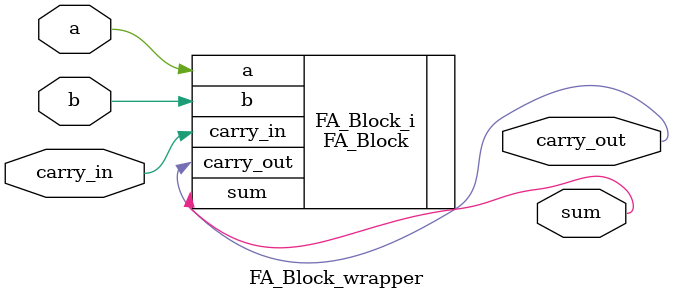
<source format=v>
`timescale 1 ps / 1 ps

module FA_Block_wrapper
   (a,
    b,
    carry_in,
    carry_out,
    sum);
  input a;
  input b;
  input carry_in;
  output carry_out;
  output sum;

  wire a;
  wire b;
  wire carry_in;
  wire carry_out;
  wire sum;

  FA_Block FA_Block_i
       (.a(a),
        .b(b),
        .carry_in(carry_in),
        .carry_out(carry_out),
        .sum(sum));
endmodule

</source>
